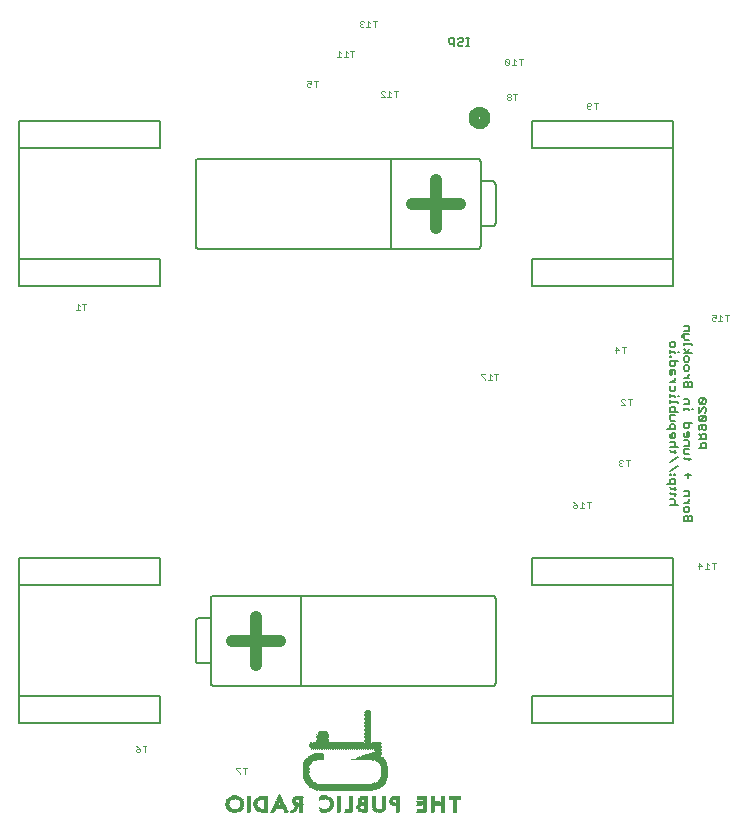
<source format=gbo>
G75*
%MOIN*%
%OFA0B0*%
%FSLAX24Y24*%
%IPPOS*%
%LPD*%
%AMOC8*
5,1,8,0,0,1.08239X$1,22.5*
%
%ADD10R,0.0110X0.0010*%
%ADD11R,0.0010X0.0010*%
%ADD12R,0.0030X0.0010*%
%ADD13R,0.0070X0.0010*%
%ADD14C,0.0060*%
%ADD15C,0.0320*%
%ADD16C,0.0050*%
%ADD17C,0.0080*%
%ADD18C,0.0400*%
%ADD19C,0.0040*%
%ADD20R,0.0015X0.0015*%
%ADD21R,0.0107X0.0015*%
%ADD22R,0.0123X0.0015*%
%ADD23R,0.0138X0.0015*%
%ADD24R,0.0353X0.0015*%
%ADD25R,0.0230X0.0015*%
%ADD26R,0.0261X0.0015*%
%ADD27R,0.0292X0.0015*%
%ADD28R,0.0154X0.0015*%
%ADD29R,0.0276X0.0015*%
%ADD30R,0.0322X0.0015*%
%ADD31R,0.0307X0.0015*%
%ADD32R,0.0169X0.0015*%
%ADD33R,0.0338X0.0015*%
%ADD34R,0.0384X0.0015*%
%ADD35R,0.0369X0.0015*%
%ADD36R,0.0415X0.0015*%
%ADD37R,0.0399X0.0015*%
%ADD38R,0.0445X0.0015*%
%ADD39R,0.0476X0.0015*%
%ADD40R,0.0200X0.0015*%
%ADD41R,0.0430X0.0015*%
%ADD42R,0.0077X0.0015*%
%ADD43R,0.0184X0.0015*%
%ADD44R,0.0046X0.0015*%
%ADD45R,0.0031X0.0015*%
%ADD46R,0.0246X0.0015*%
%ADD47R,0.0461X0.0015*%
%ADD48R,0.0092X0.0015*%
%ADD49R,0.0061X0.0015*%
%ADD50R,0.1981X0.0015*%
%ADD51R,0.2165X0.0015*%
%ADD52R,0.2288X0.0015*%
%ADD53R,0.2380X0.0015*%
%ADD54R,0.2472X0.0015*%
%ADD55R,0.2533X0.0015*%
%ADD56R,0.2595X0.0015*%
%ADD57R,0.0215X0.0015*%
%ADD58R,0.1075X0.0015*%
%ADD59R,0.0568X0.0015*%
%ADD60R,0.0952X0.0015*%
%ADD61R,0.0844X0.0015*%
%ADD62R,0.0537X0.0015*%
%ADD63R,0.0691X0.0015*%
%ADD64R,0.0507X0.0015*%
%ADD65R,0.0583X0.0015*%
%ADD66R,0.2365X0.0015*%
%ADD67R,0.2395X0.0015*%
%ADD68R,0.2349X0.0015*%
D10*
X014160Y005150D03*
D11*
X014200Y005160D03*
D12*
X014170Y005160D03*
X014130Y005160D03*
D13*
X014160Y005170D03*
D14*
X024767Y011215D02*
X025027Y011215D01*
X024940Y011258D02*
X024940Y011345D01*
X024897Y011388D01*
X024767Y011388D01*
X024810Y011553D02*
X024767Y011596D01*
X024810Y011553D02*
X024984Y011553D01*
X024940Y011510D02*
X024940Y011596D01*
X024940Y011706D02*
X024940Y011793D01*
X024984Y011749D02*
X024810Y011749D01*
X024767Y011793D01*
X024767Y011902D02*
X024767Y012033D01*
X024810Y012076D01*
X024897Y012076D01*
X024940Y012033D01*
X024940Y011902D01*
X024680Y011902D01*
X024767Y012197D02*
X024810Y012197D01*
X024810Y012240D01*
X024767Y012240D01*
X024767Y012197D01*
X024897Y012197D02*
X024940Y012197D01*
X024940Y012240D01*
X024897Y012240D01*
X024897Y012197D01*
X024767Y012344D02*
X025027Y012518D01*
X024767Y012639D02*
X025027Y012813D01*
X024940Y012934D02*
X024940Y013020D01*
X024984Y012977D02*
X024810Y012977D01*
X024767Y013020D01*
X024767Y013130D02*
X025027Y013130D01*
X024940Y013173D02*
X024940Y013260D01*
X024897Y013304D01*
X024767Y013304D01*
X024810Y013425D02*
X024897Y013425D01*
X024940Y013468D01*
X024940Y013555D01*
X024897Y013598D01*
X024854Y013598D01*
X024854Y013425D01*
X024810Y013425D02*
X024767Y013468D01*
X024767Y013555D01*
X024767Y013719D02*
X024767Y013850D01*
X024810Y013893D01*
X024897Y013893D01*
X024940Y013850D01*
X024940Y013719D01*
X024680Y013719D01*
X024810Y014014D02*
X024767Y014057D01*
X024767Y014188D01*
X024940Y014188D01*
X024940Y014309D02*
X024940Y014439D01*
X024897Y014482D01*
X024810Y014482D01*
X024767Y014439D01*
X024767Y014309D01*
X025027Y014309D01*
X025247Y014358D02*
X025247Y014445D01*
X025247Y014401D02*
X025420Y014401D01*
X025420Y014358D01*
X025507Y014401D02*
X025550Y014401D01*
X025727Y014458D02*
X025727Y014284D01*
X025900Y014458D01*
X025944Y014458D01*
X025987Y014414D01*
X025987Y014328D01*
X025944Y014284D01*
X025944Y014163D02*
X025770Y013990D01*
X025727Y014033D01*
X025727Y014120D01*
X025770Y014163D01*
X025944Y014163D01*
X025987Y014120D01*
X025987Y014033D01*
X025944Y013990D01*
X025770Y013990D01*
X025770Y013868D02*
X025944Y013868D01*
X025987Y013825D01*
X025987Y013738D01*
X025944Y013695D01*
X025900Y013695D01*
X025857Y013738D01*
X025857Y013868D01*
X025770Y013868D02*
X025727Y013825D01*
X025727Y013738D01*
X025770Y013695D01*
X025727Y013574D02*
X025814Y013487D01*
X025814Y013530D02*
X025814Y013400D01*
X025727Y013400D02*
X025987Y013400D01*
X025987Y013530D01*
X025944Y013574D01*
X025857Y013574D01*
X025814Y013530D01*
X025857Y013279D02*
X025814Y013236D01*
X025814Y013106D01*
X025727Y013106D02*
X025987Y013106D01*
X025987Y013236D01*
X025944Y013279D01*
X025857Y013279D01*
X025420Y013309D02*
X025377Y013353D01*
X025247Y013353D01*
X025290Y013474D02*
X025377Y013474D01*
X025420Y013517D01*
X025420Y013604D01*
X025377Y013647D01*
X025334Y013647D01*
X025334Y013474D01*
X025290Y013474D02*
X025247Y013517D01*
X025247Y013604D01*
X025290Y013769D02*
X025377Y013769D01*
X025420Y013812D01*
X025420Y013942D01*
X025507Y013942D02*
X025247Y013942D01*
X025247Y013812D01*
X025290Y013769D01*
X024940Y014014D02*
X024810Y014014D01*
X024767Y014603D02*
X024767Y014690D01*
X024767Y014647D02*
X025027Y014647D01*
X025027Y014603D01*
X024940Y014800D02*
X024940Y014843D01*
X024767Y014843D01*
X024767Y014800D02*
X024767Y014887D01*
X024810Y014996D02*
X024767Y015040D01*
X024767Y015170D01*
X024767Y015291D02*
X024940Y015291D01*
X024854Y015291D02*
X024940Y015378D01*
X024940Y015421D01*
X024940Y015580D02*
X024940Y015667D01*
X024897Y015710D01*
X024767Y015710D01*
X024767Y015580D01*
X024810Y015536D01*
X024854Y015580D01*
X024854Y015710D01*
X024810Y015831D02*
X024897Y015831D01*
X024940Y015874D01*
X024940Y016005D01*
X025027Y016005D02*
X024767Y016005D01*
X024767Y015874D01*
X024810Y015831D01*
X024810Y016126D02*
X024810Y016169D01*
X024767Y016169D01*
X024767Y016126D01*
X024810Y016126D01*
X024767Y016273D02*
X024767Y016360D01*
X024767Y016316D02*
X024940Y016316D01*
X024940Y016273D01*
X025027Y016316D02*
X025070Y016316D01*
X025247Y016273D02*
X025507Y016273D01*
X025420Y016403D02*
X025334Y016273D01*
X025247Y016403D01*
X025247Y016519D02*
X025247Y016605D01*
X025247Y016562D02*
X025507Y016562D01*
X025507Y016519D01*
X025420Y016715D02*
X025290Y016715D01*
X025247Y016758D01*
X025247Y016889D01*
X025203Y016889D02*
X025160Y016845D01*
X025160Y016802D01*
X025203Y016889D02*
X025420Y016889D01*
X025420Y017010D02*
X025420Y017140D01*
X025377Y017183D01*
X025247Y017183D01*
X025247Y017010D02*
X025420Y017010D01*
X024940Y016600D02*
X024940Y016513D01*
X024897Y016470D01*
X024810Y016470D01*
X024767Y016513D01*
X024767Y016600D01*
X024810Y016643D01*
X024897Y016643D01*
X024940Y016600D01*
X025290Y016152D02*
X025377Y016152D01*
X025420Y016109D01*
X025420Y016022D01*
X025377Y015978D01*
X025290Y015978D01*
X025247Y016022D01*
X025247Y016109D01*
X025290Y016152D01*
X025290Y015857D02*
X025377Y015857D01*
X025420Y015814D01*
X025420Y015727D01*
X025377Y015684D01*
X025290Y015684D01*
X025247Y015727D01*
X025247Y015814D01*
X025290Y015857D01*
X025420Y015568D02*
X025420Y015525D01*
X025334Y015438D01*
X025420Y015438D02*
X025247Y015438D01*
X025290Y015317D02*
X025247Y015274D01*
X025247Y015144D01*
X025507Y015144D01*
X025507Y015274D01*
X025464Y015317D01*
X025420Y015317D01*
X025377Y015274D01*
X025377Y015144D01*
X025377Y015274D02*
X025334Y015317D01*
X025290Y015317D01*
X024940Y015170D02*
X024940Y015040D01*
X024897Y014996D01*
X024810Y014996D01*
X025027Y014843D02*
X025070Y014843D01*
X025247Y014728D02*
X025377Y014728D01*
X025420Y014684D01*
X025420Y014554D01*
X025247Y014554D01*
X025727Y014622D02*
X025770Y014579D01*
X025944Y014752D01*
X025770Y014752D01*
X025727Y014709D01*
X025727Y014622D01*
X025770Y014579D02*
X025944Y014579D01*
X025987Y014622D01*
X025987Y014709D01*
X025944Y014752D01*
X025420Y013309D02*
X025420Y013179D01*
X025247Y013179D01*
X025247Y013058D02*
X025420Y013058D01*
X025247Y013058D02*
X025247Y012928D01*
X025290Y012885D01*
X025420Y012885D01*
X025420Y012775D02*
X025420Y012688D01*
X025464Y012732D02*
X025290Y012732D01*
X025247Y012775D01*
X024897Y013130D02*
X024940Y013173D01*
X025377Y012272D02*
X025377Y012099D01*
X025464Y012186D02*
X025290Y012186D01*
X025247Y011683D02*
X025377Y011683D01*
X025420Y011640D01*
X025420Y011510D01*
X025247Y011510D01*
X025420Y011394D02*
X025420Y011351D01*
X025334Y011264D01*
X025420Y011264D02*
X025247Y011264D01*
X025290Y011143D02*
X025377Y011143D01*
X025420Y011099D01*
X025420Y011013D01*
X025377Y010969D01*
X025290Y010969D01*
X025247Y011013D01*
X025247Y011099D01*
X025290Y011143D01*
X025290Y010848D02*
X025247Y010805D01*
X025247Y010675D01*
X025507Y010675D01*
X025507Y010805D01*
X025464Y010848D01*
X025420Y010848D01*
X025377Y010805D01*
X025377Y010675D01*
X025377Y010805D02*
X025334Y010848D01*
X025290Y010848D01*
X024897Y011215D02*
X024940Y011258D01*
D15*
X018227Y024101D02*
X018229Y024128D01*
X018235Y024155D01*
X018244Y024181D01*
X018257Y024205D01*
X018273Y024228D01*
X018292Y024247D01*
X018314Y024264D01*
X018338Y024278D01*
X018363Y024288D01*
X018390Y024295D01*
X018417Y024298D01*
X018445Y024297D01*
X018472Y024292D01*
X018498Y024284D01*
X018522Y024272D01*
X018545Y024256D01*
X018566Y024238D01*
X018583Y024217D01*
X018598Y024193D01*
X018609Y024168D01*
X018617Y024142D01*
X018621Y024115D01*
X018621Y024087D01*
X018617Y024060D01*
X018609Y024034D01*
X018598Y024009D01*
X018583Y023985D01*
X018566Y023964D01*
X018545Y023946D01*
X018523Y023930D01*
X018498Y023918D01*
X018472Y023910D01*
X018445Y023905D01*
X018417Y023904D01*
X018390Y023907D01*
X018363Y023914D01*
X018338Y023924D01*
X018314Y023938D01*
X018292Y023955D01*
X018273Y023974D01*
X018257Y023997D01*
X018244Y024021D01*
X018235Y024047D01*
X018229Y024074D01*
X018227Y024101D01*
D16*
X007760Y003926D02*
X003060Y003926D01*
X003060Y004826D01*
X007760Y004826D01*
X007760Y003926D01*
X007760Y008526D02*
X003060Y008526D01*
X003060Y004826D01*
X003060Y008526D02*
X003060Y009426D01*
X007760Y009426D01*
X007760Y008526D01*
X007760Y018493D02*
X003060Y018493D01*
X003060Y019393D01*
X003060Y023093D01*
X007760Y023093D01*
X007760Y023993D01*
X003060Y023993D01*
X003060Y023093D01*
X003060Y019393D02*
X007760Y019393D01*
X007760Y018493D01*
X017401Y026629D02*
X017446Y026584D01*
X017581Y026584D01*
X017581Y026494D02*
X017581Y026765D01*
X017446Y026765D01*
X017401Y026720D01*
X017401Y026629D01*
X017696Y026584D02*
X017696Y026539D01*
X017741Y026494D01*
X017831Y026494D01*
X017876Y026539D01*
X017831Y026629D02*
X017741Y026629D01*
X017696Y026584D01*
X017696Y026720D02*
X017741Y026765D01*
X017831Y026765D01*
X017876Y026720D01*
X017876Y026675D01*
X017831Y026629D01*
X017982Y026494D02*
X018072Y026494D01*
X018027Y026494D02*
X018027Y026765D01*
X018072Y026765D02*
X017982Y026765D01*
X020160Y023993D02*
X020160Y023093D01*
X024860Y023093D01*
X024860Y023993D01*
X020160Y023993D01*
X020160Y019393D02*
X024860Y019393D01*
X024860Y023093D01*
X024860Y019393D02*
X024860Y018493D01*
X020160Y018493D01*
X020160Y019393D01*
X020160Y009426D02*
X020160Y008526D01*
X024860Y008526D01*
X024860Y004826D01*
X020160Y004826D01*
X020160Y003926D01*
X024860Y003926D01*
X024860Y004826D01*
X024860Y008526D02*
X024860Y009426D01*
X020160Y009426D01*
D17*
X018860Y008176D02*
X012460Y008176D01*
X009560Y008176D01*
X009543Y008174D01*
X009526Y008170D01*
X009510Y008163D01*
X009496Y008153D01*
X009483Y008140D01*
X009473Y008126D01*
X009466Y008110D01*
X009462Y008093D01*
X009460Y008076D01*
X009460Y007426D01*
X009060Y007426D01*
X009043Y007424D01*
X009026Y007420D01*
X009010Y007413D01*
X008996Y007403D01*
X008983Y007390D01*
X008973Y007376D01*
X008966Y007360D01*
X008962Y007343D01*
X008960Y007326D01*
X008960Y006026D01*
X008962Y006009D01*
X008966Y005992D01*
X008973Y005976D01*
X008983Y005962D01*
X008996Y005949D01*
X009010Y005939D01*
X009026Y005932D01*
X009043Y005928D01*
X009060Y005926D01*
X009460Y005926D01*
X009460Y005276D01*
X009462Y005259D01*
X009466Y005242D01*
X009473Y005226D01*
X009483Y005212D01*
X009496Y005199D01*
X009510Y005189D01*
X009526Y005182D01*
X009543Y005178D01*
X009560Y005176D01*
X012460Y005176D01*
X018860Y005176D01*
X018877Y005178D01*
X018894Y005182D01*
X018910Y005189D01*
X018924Y005199D01*
X018937Y005212D01*
X018947Y005226D01*
X018954Y005242D01*
X018958Y005259D01*
X018960Y005276D01*
X018960Y008076D01*
X018958Y008093D01*
X018954Y008110D01*
X018947Y008126D01*
X018937Y008140D01*
X018924Y008153D01*
X018910Y008163D01*
X018894Y008170D01*
X018877Y008174D01*
X018860Y008176D01*
X012460Y008176D02*
X012460Y005176D01*
X009460Y005926D02*
X009460Y007426D01*
X009060Y019743D02*
X015460Y019743D01*
X018360Y019743D01*
X018377Y019745D01*
X018394Y019749D01*
X018410Y019756D01*
X018424Y019766D01*
X018437Y019779D01*
X018447Y019793D01*
X018454Y019809D01*
X018458Y019826D01*
X018460Y019843D01*
X018460Y020493D01*
X018860Y020493D01*
X018877Y020495D01*
X018894Y020499D01*
X018910Y020506D01*
X018924Y020516D01*
X018937Y020529D01*
X018947Y020543D01*
X018954Y020559D01*
X018958Y020576D01*
X018960Y020593D01*
X018960Y021893D01*
X018958Y021910D01*
X018954Y021927D01*
X018947Y021943D01*
X018937Y021957D01*
X018924Y021970D01*
X018910Y021980D01*
X018894Y021987D01*
X018877Y021991D01*
X018860Y021993D01*
X018460Y021993D01*
X018460Y022643D01*
X018458Y022660D01*
X018454Y022677D01*
X018447Y022693D01*
X018437Y022707D01*
X018424Y022720D01*
X018410Y022730D01*
X018394Y022737D01*
X018377Y022741D01*
X018360Y022743D01*
X015460Y022743D01*
X009060Y022743D01*
X009043Y022741D01*
X009026Y022737D01*
X009010Y022730D01*
X008996Y022720D01*
X008983Y022707D01*
X008973Y022693D01*
X008966Y022677D01*
X008962Y022660D01*
X008960Y022643D01*
X008960Y019843D01*
X008962Y019826D01*
X008966Y019809D01*
X008973Y019793D01*
X008983Y019779D01*
X008996Y019766D01*
X009010Y019756D01*
X009026Y019749D01*
X009043Y019745D01*
X009060Y019743D01*
X015460Y019743D02*
X015460Y022743D01*
X018460Y021993D02*
X018460Y020493D01*
D18*
X017760Y021243D02*
X016160Y021243D01*
X016960Y020443D02*
X016960Y022043D01*
X010960Y007476D02*
X010960Y005876D01*
X011760Y006676D02*
X010160Y006676D01*
D19*
X007325Y003176D02*
X007192Y003176D01*
X007259Y003176D02*
X007259Y002976D01*
X007104Y003009D02*
X007071Y002976D01*
X007004Y002976D01*
X006971Y003009D01*
X006971Y003042D01*
X007004Y003076D01*
X007104Y003076D01*
X007104Y003009D01*
X007104Y003076D02*
X007038Y003142D01*
X006971Y003176D01*
X010317Y002428D02*
X010317Y002394D01*
X010451Y002261D01*
X010451Y002228D01*
X010605Y002228D02*
X010605Y002428D01*
X010672Y002428D02*
X010538Y002428D01*
X010451Y002428D02*
X010317Y002428D01*
X021553Y011119D02*
X021553Y011153D01*
X021586Y011186D01*
X021687Y011186D01*
X021687Y011119D01*
X021653Y011086D01*
X021586Y011086D01*
X021553Y011119D01*
X021620Y011253D02*
X021687Y011186D01*
X021620Y011253D02*
X021553Y011286D01*
X021841Y011286D02*
X021841Y011086D01*
X021908Y011086D02*
X021774Y011086D01*
X021908Y011219D02*
X021841Y011286D01*
X021995Y011286D02*
X022129Y011286D01*
X022062Y011286D02*
X022062Y011086D01*
X023107Y012503D02*
X023173Y012503D01*
X023207Y012537D01*
X023140Y012603D02*
X023107Y012603D01*
X023073Y012570D01*
X023073Y012537D01*
X023107Y012503D01*
X023107Y012603D02*
X023073Y012637D01*
X023073Y012670D01*
X023107Y012703D01*
X023173Y012703D01*
X023207Y012670D01*
X023294Y012703D02*
X023428Y012703D01*
X023361Y012703D02*
X023361Y012503D01*
X023285Y014550D02*
X023152Y014684D01*
X023152Y014717D01*
X023185Y014751D01*
X023252Y014751D01*
X023285Y014717D01*
X023373Y014751D02*
X023506Y014751D01*
X023440Y014751D02*
X023440Y014550D01*
X023285Y014550D02*
X023152Y014550D01*
X023243Y016283D02*
X023243Y016483D01*
X023310Y016483D02*
X023176Y016483D01*
X023089Y016383D02*
X022955Y016383D01*
X022989Y016483D02*
X023089Y016383D01*
X022989Y016283D02*
X022989Y016483D01*
X026159Y017379D02*
X026193Y017346D01*
X026259Y017346D01*
X026293Y017379D01*
X026293Y017446D02*
X026226Y017479D01*
X026193Y017479D01*
X026159Y017446D01*
X026159Y017379D01*
X026293Y017446D02*
X026293Y017546D01*
X026159Y017546D01*
X026447Y017546D02*
X026447Y017346D01*
X026514Y017346D02*
X026380Y017346D01*
X026514Y017479D02*
X026447Y017546D01*
X026601Y017546D02*
X026735Y017546D01*
X026668Y017546D02*
X026668Y017346D01*
X022298Y024393D02*
X022298Y024593D01*
X022365Y024593D02*
X022231Y024593D01*
X022144Y024560D02*
X022110Y024593D01*
X022044Y024593D01*
X022010Y024560D01*
X022010Y024426D01*
X022044Y024393D01*
X022110Y024393D01*
X022144Y024426D01*
X022110Y024493D02*
X022010Y024493D01*
X022110Y024493D02*
X022144Y024526D01*
X022144Y024560D01*
X019794Y025877D02*
X019794Y026077D01*
X019861Y026077D02*
X019727Y026077D01*
X019640Y026011D02*
X019573Y026077D01*
X019573Y025877D01*
X019640Y025877D02*
X019506Y025877D01*
X019419Y025911D02*
X019285Y026044D01*
X019285Y025911D01*
X019319Y025877D01*
X019385Y025877D01*
X019419Y025911D01*
X019419Y026044D01*
X019385Y026077D01*
X019319Y026077D01*
X019285Y026044D01*
X019366Y024908D02*
X019333Y024875D01*
X019333Y024841D01*
X019366Y024808D01*
X019433Y024808D01*
X019467Y024841D01*
X019467Y024875D01*
X019433Y024908D01*
X019366Y024908D01*
X019366Y024808D02*
X019333Y024775D01*
X019333Y024741D01*
X019366Y024708D01*
X019433Y024708D01*
X019467Y024741D01*
X019467Y024775D01*
X019433Y024808D01*
X019554Y024908D02*
X019688Y024908D01*
X019621Y024908D02*
X019621Y024708D01*
X015711Y024987D02*
X015578Y024987D01*
X015644Y024987D02*
X015644Y024787D01*
X015490Y024787D02*
X015357Y024787D01*
X015423Y024787D02*
X015423Y024987D01*
X015490Y024920D01*
X015269Y024953D02*
X015236Y024987D01*
X015169Y024987D01*
X015136Y024953D01*
X015136Y024920D01*
X015269Y024787D01*
X015136Y024787D01*
X014188Y026125D02*
X014188Y026325D01*
X014254Y026325D02*
X014121Y026325D01*
X014034Y026259D02*
X013967Y026325D01*
X013967Y026125D01*
X014034Y026125D02*
X013900Y026125D01*
X013813Y026125D02*
X013679Y026125D01*
X013746Y026125D02*
X013746Y026325D01*
X013813Y026259D01*
X014460Y027149D02*
X014527Y027149D01*
X014561Y027182D01*
X014648Y027149D02*
X014782Y027149D01*
X014715Y027149D02*
X014715Y027349D01*
X014782Y027282D01*
X014869Y027349D02*
X015003Y027349D01*
X014936Y027349D02*
X014936Y027149D01*
X014561Y027316D02*
X014527Y027349D01*
X014460Y027349D01*
X014427Y027316D01*
X014427Y027282D01*
X014460Y027249D01*
X014427Y027216D01*
X014427Y027182D01*
X014460Y027149D01*
X014460Y027249D02*
X014494Y027249D01*
X013034Y025341D02*
X012901Y025341D01*
X012967Y025341D02*
X012967Y025141D01*
X012813Y025174D02*
X012780Y025141D01*
X012713Y025141D01*
X012680Y025174D01*
X012680Y025241D01*
X012713Y025274D01*
X012746Y025274D01*
X012813Y025241D01*
X012813Y025341D01*
X012680Y025341D01*
X005317Y017900D02*
X005184Y017900D01*
X005251Y017900D02*
X005251Y017700D01*
X005096Y017700D02*
X004963Y017700D01*
X005030Y017700D02*
X005030Y017900D01*
X005096Y017833D01*
X018482Y015577D02*
X018482Y015544D01*
X018616Y015411D01*
X018616Y015377D01*
X018703Y015377D02*
X018837Y015377D01*
X018770Y015377D02*
X018770Y015577D01*
X018837Y015511D01*
X018924Y015577D02*
X019058Y015577D01*
X018991Y015577D02*
X018991Y015377D01*
X018616Y015577D02*
X018482Y015577D01*
X025757Y009275D02*
X025857Y009175D01*
X025724Y009175D01*
X025757Y009075D02*
X025757Y009275D01*
X026012Y009275D02*
X026012Y009075D01*
X026078Y009075D02*
X025945Y009075D01*
X026078Y009208D02*
X026012Y009275D01*
X026166Y009275D02*
X026299Y009275D01*
X026232Y009275D02*
X026232Y009075D01*
D20*
X017660Y000937D03*
X017629Y000937D03*
X017599Y000937D03*
X017568Y000937D03*
X017261Y000937D03*
X017230Y000937D03*
X017199Y000937D03*
X017169Y000937D03*
X016923Y000937D03*
X016892Y000937D03*
X016861Y000937D03*
X016831Y000937D03*
X016647Y000937D03*
X016616Y000937D03*
X016585Y000937D03*
X016554Y000937D03*
X016524Y000937D03*
X016493Y000937D03*
X016462Y000937D03*
X016432Y000937D03*
X016401Y000937D03*
X016370Y000937D03*
X016339Y000937D03*
X016339Y001183D03*
X016370Y001183D03*
X016401Y001183D03*
X016432Y001183D03*
X016462Y001183D03*
X016493Y001183D03*
X016524Y001183D03*
X016539Y001290D03*
X016508Y001290D03*
X016478Y001290D03*
X016447Y001290D03*
X016416Y001290D03*
X016386Y001290D03*
X016355Y001290D03*
X015756Y000937D03*
X015725Y000937D03*
X015695Y000937D03*
X015664Y000937D03*
X015572Y001152D03*
X015618Y001260D03*
X015249Y000983D03*
X015096Y001045D03*
X015065Y001045D03*
X015019Y000937D03*
X014681Y000937D03*
X014650Y000937D03*
X014620Y000937D03*
X014589Y000937D03*
X014558Y000937D03*
X014528Y000937D03*
X014190Y000937D03*
X014159Y000937D03*
X014128Y000937D03*
X014098Y000937D03*
X014067Y000937D03*
X014036Y000937D03*
X014006Y000937D03*
X013975Y000937D03*
X013944Y000937D03*
X013791Y000937D03*
X013760Y000937D03*
X013729Y000937D03*
X013699Y000937D03*
X013330Y000937D03*
X013284Y001045D03*
X013253Y001045D03*
X013176Y000937D03*
X013100Y001106D03*
X013100Y001321D03*
X013161Y001352D03*
X013253Y001382D03*
X013284Y001382D03*
X013299Y001490D03*
X013330Y001490D03*
X013207Y001490D03*
X013176Y001490D03*
X013054Y001674D03*
X013023Y001674D03*
X013023Y001889D03*
X013008Y001904D03*
X012961Y001920D03*
X012869Y001981D03*
X012839Y002012D03*
X012685Y001889D03*
X012808Y001766D03*
X012747Y002196D03*
X012747Y002227D03*
X012747Y002319D03*
X012747Y002350D03*
X012747Y002442D03*
X012747Y002473D03*
X012777Y002534D03*
X012808Y002595D03*
X012839Y002626D03*
X013008Y002672D03*
X013054Y002687D03*
X013084Y002687D03*
X013115Y002687D03*
X013146Y002687D03*
X013207Y002749D03*
X013238Y002810D03*
X013207Y002872D03*
X013192Y002887D03*
X013223Y003041D03*
X013284Y003041D03*
X013345Y003041D03*
X013407Y003041D03*
X013468Y003041D03*
X013530Y003041D03*
X013591Y003041D03*
X013652Y003041D03*
X013714Y003041D03*
X013775Y003041D03*
X013837Y003041D03*
X013898Y003041D03*
X013960Y003041D03*
X014021Y003041D03*
X014082Y003041D03*
X014144Y003041D03*
X014205Y003041D03*
X014267Y003041D03*
X014328Y003041D03*
X014389Y003041D03*
X014451Y003041D03*
X014512Y003041D03*
X014574Y003041D03*
X014635Y003041D03*
X014697Y003041D03*
X014727Y003041D03*
X014758Y003041D03*
X014819Y003041D03*
X014881Y003041D03*
X014865Y002933D03*
X014712Y002872D03*
X014681Y002872D03*
X014635Y002856D03*
X014620Y002841D03*
X014589Y002841D03*
X014543Y002826D03*
X014451Y002795D03*
X014359Y002764D03*
X014343Y002749D03*
X014343Y002687D03*
X014313Y002687D03*
X014282Y002687D03*
X014251Y002687D03*
X014221Y002687D03*
X014190Y002687D03*
X014251Y002718D03*
X014374Y002687D03*
X014405Y002687D03*
X014436Y002687D03*
X014466Y002687D03*
X014497Y002687D03*
X014528Y002687D03*
X014558Y002687D03*
X014589Y002687D03*
X014620Y002687D03*
X014650Y002687D03*
X014681Y002687D03*
X014712Y002687D03*
X014743Y002687D03*
X014773Y002687D03*
X014804Y002687D03*
X014835Y002687D03*
X014865Y002687D03*
X014881Y002672D03*
X014911Y002672D03*
X015111Y002565D03*
X015142Y002534D03*
X015142Y002503D03*
X015173Y002442D03*
X015173Y002350D03*
X015173Y002319D03*
X015173Y002227D03*
X015173Y002196D03*
X015357Y002165D03*
X015357Y002135D03*
X015357Y002258D03*
X015357Y002288D03*
X015357Y002380D03*
X015357Y002411D03*
X015357Y002503D03*
X015357Y002534D03*
X015326Y002565D03*
X015326Y002595D03*
X015295Y002657D03*
X015265Y002687D03*
X015173Y002780D03*
X015142Y002810D03*
X015142Y002841D03*
X015142Y002933D03*
X015142Y002964D03*
X015142Y003056D03*
X015142Y003087D03*
X015142Y003179D03*
X015142Y003210D03*
X014804Y003271D03*
X014804Y003363D03*
X014804Y003394D03*
X014804Y003486D03*
X014804Y003517D03*
X014804Y003609D03*
X014804Y003639D03*
X014804Y003732D03*
X014804Y003762D03*
X014804Y003854D03*
X014804Y003885D03*
X014804Y003977D03*
X014804Y004008D03*
X014804Y004100D03*
X014804Y004131D03*
X014804Y004223D03*
X014804Y004254D03*
X014773Y004315D03*
X014620Y004284D03*
X014620Y004192D03*
X014620Y004161D03*
X014620Y004069D03*
X014620Y004039D03*
X014620Y003947D03*
X014620Y003916D03*
X014620Y003824D03*
X014620Y003793D03*
X014620Y003701D03*
X014620Y003670D03*
X014620Y003578D03*
X014620Y003547D03*
X014620Y003455D03*
X014620Y003424D03*
X014620Y003332D03*
X014620Y003302D03*
X013391Y003271D03*
X013391Y003363D03*
X013391Y003394D03*
X013391Y003486D03*
X013391Y003517D03*
X013023Y003547D03*
X013023Y003455D03*
X013023Y003424D03*
X013023Y003332D03*
X013023Y003302D03*
X012854Y003256D03*
X012823Y003256D03*
X012808Y003240D03*
X012777Y003210D03*
X012777Y003179D03*
X012839Y003056D03*
X012854Y003041D03*
X012915Y003041D03*
X012977Y003041D03*
X013038Y003041D03*
X013100Y003041D03*
X013161Y003041D03*
X012977Y002887D03*
X012946Y002887D03*
X012931Y002872D03*
X012900Y002872D03*
X012839Y002841D03*
X012777Y002810D03*
X012685Y002749D03*
X012654Y002718D03*
X012562Y002534D03*
X012562Y002503D03*
X012562Y002411D03*
X012562Y002380D03*
X012562Y002288D03*
X012562Y002258D03*
X012562Y002165D03*
X012562Y002135D03*
X012301Y001474D03*
X012271Y001167D03*
X012255Y000937D03*
X012224Y000937D03*
X012194Y000937D03*
X012163Y000937D03*
X012132Y000937D03*
X012040Y000937D03*
X012010Y000937D03*
X011979Y000937D03*
X011948Y000937D03*
X011856Y001060D03*
X011825Y001060D03*
X011795Y001060D03*
X011764Y001060D03*
X011733Y001060D03*
X011702Y001060D03*
X011672Y001060D03*
X011580Y000937D03*
X011549Y000937D03*
X011518Y000937D03*
X011487Y000937D03*
X011365Y000937D03*
X011334Y000937D03*
X011303Y000937D03*
X011273Y000937D03*
X011242Y000937D03*
X011211Y000937D03*
X011180Y000937D03*
X011058Y000968D03*
X010781Y000937D03*
X010750Y000937D03*
X010720Y000937D03*
X010351Y000937D03*
X010305Y001045D03*
X010244Y001045D03*
X010198Y000937D03*
X010244Y001382D03*
X010274Y001382D03*
X010351Y001367D03*
X010351Y001490D03*
X010321Y001490D03*
X010290Y001490D03*
X010259Y001490D03*
X010228Y001490D03*
X010198Y001490D03*
X011104Y001474D03*
X011150Y001367D03*
X011764Y001521D03*
X012439Y000937D03*
X012470Y000937D03*
X012501Y000937D03*
X012532Y000937D03*
X014482Y001474D03*
X014865Y001674D03*
X014865Y001889D03*
X014896Y001889D03*
X014958Y001920D03*
X015111Y001766D03*
X015157Y001782D03*
X015203Y001828D03*
X015234Y001889D03*
X016969Y001290D03*
X017000Y001290D03*
X017030Y001290D03*
X017061Y001290D03*
X017092Y001290D03*
X017123Y001290D03*
D21*
X017215Y001306D03*
X017215Y001336D03*
X017215Y001367D03*
X017215Y001398D03*
X017215Y001428D03*
X017215Y001459D03*
X017215Y001152D03*
X017215Y001121D03*
X017215Y001091D03*
X017215Y001060D03*
X017215Y001029D03*
X017215Y000999D03*
X017215Y000968D03*
X015710Y000968D03*
X015710Y000999D03*
X015710Y001029D03*
X015710Y001060D03*
X015710Y001091D03*
X015710Y001121D03*
X015710Y001275D03*
X015710Y001306D03*
X015710Y001336D03*
X015710Y001367D03*
X015249Y001367D03*
X015249Y001336D03*
X015249Y001306D03*
X015249Y001275D03*
X015249Y001244D03*
X015249Y001213D03*
X015249Y001183D03*
X015249Y001152D03*
X015249Y001398D03*
X015249Y001428D03*
X015249Y001459D03*
X014911Y001459D03*
X014911Y001428D03*
X014911Y001398D03*
X014911Y001367D03*
X014911Y001336D03*
X014911Y001306D03*
X014911Y001275D03*
X014911Y001244D03*
X014911Y001213D03*
X014911Y001183D03*
X014911Y001152D03*
X014911Y001121D03*
X015096Y000937D03*
X014389Y001091D03*
X014389Y001121D03*
X013499Y001152D03*
X013499Y001275D03*
X013253Y000937D03*
X012486Y000968D03*
X012486Y000999D03*
X012486Y001029D03*
X012486Y001060D03*
X012486Y001091D03*
X012486Y001121D03*
X012486Y001275D03*
X012486Y001306D03*
X012486Y001336D03*
X012486Y001367D03*
X011764Y001444D03*
X010750Y001444D03*
X010750Y001474D03*
X010750Y001413D03*
X010750Y001382D03*
X010750Y001352D03*
X010750Y001321D03*
X010750Y001290D03*
X010750Y001260D03*
X010750Y001229D03*
X010750Y001198D03*
X010750Y001167D03*
X010750Y001137D03*
X010750Y001106D03*
X010750Y001075D03*
X010750Y001045D03*
X010750Y001014D03*
X010750Y000983D03*
X010750Y000952D03*
X010520Y001183D03*
X010520Y001213D03*
X010520Y001244D03*
X010274Y000937D03*
X010029Y001152D03*
X014712Y004330D03*
D22*
X014151Y001474D03*
X014151Y001459D03*
X014151Y001444D03*
X014151Y001428D03*
X014151Y001413D03*
X014151Y001398D03*
X014151Y001382D03*
X014151Y001367D03*
X014151Y001352D03*
X014151Y001336D03*
X014151Y001321D03*
X014151Y001306D03*
X014151Y001290D03*
X014151Y001275D03*
X014151Y001260D03*
X014151Y001244D03*
X014151Y001229D03*
X014151Y001213D03*
X014151Y001198D03*
X014151Y001183D03*
X014151Y001167D03*
X014151Y001152D03*
X014151Y001137D03*
X014151Y001121D03*
X014151Y001106D03*
X014151Y001091D03*
X014151Y001075D03*
X014151Y001060D03*
X014397Y001137D03*
X014443Y001306D03*
X014443Y001321D03*
X014443Y001336D03*
X014643Y001336D03*
X014643Y001321D03*
X014643Y001306D03*
X014643Y001290D03*
X014643Y001275D03*
X014643Y001352D03*
X014643Y001367D03*
X014643Y001152D03*
X014643Y001137D03*
X014643Y001121D03*
X014643Y001106D03*
X014643Y001091D03*
X014643Y001075D03*
X014643Y001060D03*
X014919Y001091D03*
X015226Y001075D03*
X015242Y001121D03*
X015487Y001275D03*
X015487Y001290D03*
X015487Y001306D03*
X015487Y001321D03*
X015487Y001336D03*
X016624Y001336D03*
X016624Y001321D03*
X016624Y001306D03*
X016624Y001290D03*
X016624Y001352D03*
X016624Y001367D03*
X016624Y001167D03*
X016624Y001152D03*
X016624Y001137D03*
X016624Y001121D03*
X016624Y001106D03*
X016624Y001091D03*
X016624Y001075D03*
X016624Y001060D03*
X016885Y001060D03*
X016885Y001075D03*
X016885Y001091D03*
X016885Y001106D03*
X016885Y001121D03*
X016885Y001137D03*
X016885Y001152D03*
X016885Y001167D03*
X016885Y001045D03*
X016885Y001029D03*
X016885Y001014D03*
X016885Y000999D03*
X016885Y000983D03*
X016885Y000968D03*
X016885Y000952D03*
X016885Y001290D03*
X016885Y001306D03*
X016885Y001321D03*
X016885Y001336D03*
X016885Y001352D03*
X016885Y001367D03*
X016885Y001382D03*
X016885Y001398D03*
X016885Y001413D03*
X016885Y001428D03*
X016885Y001444D03*
X016885Y001459D03*
X016885Y001474D03*
X017606Y001367D03*
X017606Y001352D03*
X017606Y001336D03*
X017606Y001321D03*
X017606Y001306D03*
X017606Y001290D03*
X017606Y001275D03*
X017606Y001260D03*
X017606Y001244D03*
X017606Y001229D03*
X017606Y001213D03*
X017606Y001198D03*
X017606Y001183D03*
X017606Y001167D03*
X017606Y001152D03*
X017606Y001137D03*
X017606Y001121D03*
X017606Y001106D03*
X017606Y001091D03*
X017606Y001075D03*
X017606Y001060D03*
X017606Y001045D03*
X017606Y001029D03*
X017606Y001014D03*
X017606Y000999D03*
X017606Y000983D03*
X017606Y000968D03*
X017606Y000952D03*
X013737Y000952D03*
X013737Y000968D03*
X013737Y000983D03*
X013737Y000999D03*
X013737Y001014D03*
X013737Y001029D03*
X013737Y001045D03*
X013737Y001060D03*
X013737Y001075D03*
X013737Y001091D03*
X013737Y001106D03*
X013737Y001121D03*
X013737Y001137D03*
X013737Y001152D03*
X013737Y001167D03*
X013737Y001183D03*
X013737Y001198D03*
X013737Y001213D03*
X013737Y001229D03*
X013737Y001244D03*
X013737Y001260D03*
X013737Y001275D03*
X013737Y001290D03*
X013737Y001306D03*
X013737Y001321D03*
X013737Y001336D03*
X013737Y001352D03*
X013737Y001367D03*
X013737Y001382D03*
X013737Y001398D03*
X013737Y001413D03*
X013737Y001428D03*
X013737Y001444D03*
X013737Y001459D03*
X013737Y001474D03*
X013507Y001244D03*
X013507Y001229D03*
X013507Y001213D03*
X013507Y001198D03*
X013507Y001183D03*
X012248Y001290D03*
X012248Y001306D03*
X012248Y001321D03*
X012248Y001336D03*
X011879Y001183D03*
X011848Y001244D03*
X011664Y001229D03*
X011664Y001213D03*
X011572Y001029D03*
X011557Y000999D03*
X011311Y001060D03*
X011311Y001075D03*
X011311Y001091D03*
X011311Y001106D03*
X011311Y001121D03*
X011311Y001137D03*
X011311Y001152D03*
X011311Y001167D03*
X011311Y001183D03*
X011311Y001198D03*
X011311Y001213D03*
X011311Y001229D03*
X011311Y001244D03*
X011311Y001260D03*
X011311Y001275D03*
X011311Y001290D03*
X011311Y001306D03*
X011311Y001321D03*
X011311Y001336D03*
X011311Y001352D03*
X011311Y001367D03*
X011756Y001413D03*
X011756Y001428D03*
X011940Y001060D03*
X011971Y000999D03*
X011986Y000968D03*
X010958Y001167D03*
X010958Y001183D03*
X010958Y001198D03*
X010958Y001213D03*
X010958Y001229D03*
X010958Y001260D03*
X010512Y001275D03*
X010512Y001290D03*
X010512Y001152D03*
X010512Y001137D03*
X010021Y001183D03*
X010021Y001198D03*
X010021Y001213D03*
X010021Y001244D03*
X010036Y001275D03*
D23*
X010029Y001290D03*
X010044Y001306D03*
X010029Y001260D03*
X010029Y001229D03*
X010029Y001167D03*
X010029Y001137D03*
X010044Y001121D03*
X010489Y001106D03*
X010505Y001121D03*
X010520Y001167D03*
X010520Y001198D03*
X010520Y001229D03*
X010520Y001260D03*
X010505Y001306D03*
X010489Y001321D03*
X010750Y001336D03*
X010750Y001306D03*
X010750Y001275D03*
X010750Y001244D03*
X010750Y001213D03*
X010750Y001183D03*
X010750Y001152D03*
X010750Y001121D03*
X010750Y001091D03*
X010750Y001060D03*
X010750Y001029D03*
X010750Y000999D03*
X010750Y000968D03*
X010996Y001091D03*
X010981Y001121D03*
X010981Y001137D03*
X010965Y001152D03*
X010965Y001244D03*
X010965Y001275D03*
X010981Y001290D03*
X010981Y001306D03*
X010996Y001336D03*
X010750Y001367D03*
X010750Y001398D03*
X010750Y001428D03*
X010750Y001459D03*
X011580Y001060D03*
X011580Y001045D03*
X011564Y001014D03*
X011549Y000968D03*
X011534Y000952D03*
X011641Y001183D03*
X011656Y001198D03*
X011672Y001244D03*
X011687Y001260D03*
X011841Y001260D03*
X011856Y001229D03*
X011856Y001213D03*
X011871Y001198D03*
X011948Y001045D03*
X011948Y001029D03*
X011963Y001014D03*
X011979Y000983D03*
X011994Y000952D03*
X012224Y000968D03*
X012301Y001075D03*
X012317Y001091D03*
X012486Y001106D03*
X012486Y001075D03*
X012486Y001045D03*
X012486Y001014D03*
X012486Y000983D03*
X012486Y000952D03*
X012486Y001260D03*
X012486Y001290D03*
X012486Y001321D03*
X012486Y001352D03*
X012255Y001352D03*
X012255Y001275D03*
X011764Y001398D03*
X013161Y001382D03*
X013484Y001306D03*
X013499Y001290D03*
X013499Y001260D03*
X013499Y001167D03*
X013499Y001137D03*
X013484Y001121D03*
X013161Y001045D03*
X014389Y001075D03*
X014405Y001060D03*
X014389Y001106D03*
X014405Y001152D03*
X014466Y001275D03*
X014451Y001290D03*
X014451Y001352D03*
X014466Y001367D03*
X014911Y001352D03*
X014911Y001382D03*
X014911Y001413D03*
X014911Y001444D03*
X014911Y001474D03*
X014911Y001321D03*
X014911Y001290D03*
X014911Y001260D03*
X014911Y001229D03*
X014911Y001198D03*
X014911Y001167D03*
X014911Y001137D03*
X014911Y001106D03*
X014927Y001075D03*
X015234Y001091D03*
X015249Y001106D03*
X015249Y001137D03*
X015249Y001167D03*
X015249Y001198D03*
X015249Y001229D03*
X015249Y001260D03*
X015249Y001290D03*
X015249Y001321D03*
X015249Y001352D03*
X015249Y001382D03*
X015249Y001413D03*
X015249Y001444D03*
X015249Y001474D03*
X015495Y001352D03*
X015510Y001367D03*
X015710Y001352D03*
X015710Y001321D03*
X015710Y001290D03*
X015710Y001260D03*
X015710Y001137D03*
X015710Y001106D03*
X015710Y001075D03*
X015710Y001045D03*
X015710Y001014D03*
X015710Y000983D03*
X015710Y000952D03*
X016616Y001183D03*
X017215Y001167D03*
X017215Y001137D03*
X017215Y001106D03*
X017215Y001075D03*
X017215Y001045D03*
X017215Y001014D03*
X017215Y000983D03*
X017215Y000952D03*
X017215Y001290D03*
X017215Y001321D03*
X017215Y001352D03*
X017215Y001382D03*
X017215Y001413D03*
X017215Y001444D03*
X017215Y001474D03*
D24*
X016508Y001474D03*
X016508Y001459D03*
X016508Y001444D03*
X016508Y001428D03*
X016508Y001413D03*
X016508Y001398D03*
X016508Y001382D03*
X016508Y001275D03*
X016508Y001260D03*
X016508Y001244D03*
X016508Y001229D03*
X016508Y001213D03*
X016508Y001198D03*
X016508Y001045D03*
X016508Y001029D03*
X016508Y001014D03*
X016508Y000999D03*
X016508Y000983D03*
X016508Y000968D03*
X016508Y000952D03*
X015602Y001382D03*
X014528Y001167D03*
X014528Y001045D03*
X014528Y001029D03*
X014528Y001014D03*
X013269Y000983D03*
X013269Y001444D03*
X012808Y001904D03*
X012378Y001413D03*
X012378Y001382D03*
X012378Y001229D03*
X011196Y001428D03*
X011196Y000999D03*
X013207Y003286D03*
X013207Y003409D03*
X013207Y003532D03*
X013207Y003563D03*
X013207Y003593D03*
X015111Y002672D03*
D25*
X015234Y002549D03*
X015249Y002519D03*
X015265Y002457D03*
X015265Y002426D03*
X015265Y002396D03*
X015265Y002365D03*
X015265Y002334D03*
X015265Y002304D03*
X015265Y002273D03*
X015265Y002242D03*
X015265Y002211D03*
X015265Y002181D03*
X015265Y002150D03*
X015234Y002089D03*
X015234Y002058D03*
X015664Y001474D03*
X015080Y000952D03*
X014712Y003256D03*
X014712Y003286D03*
X014712Y003317D03*
X014712Y003348D03*
X014712Y003378D03*
X014712Y003409D03*
X014712Y003440D03*
X014712Y003471D03*
X014712Y003501D03*
X014712Y003532D03*
X014712Y003563D03*
X014712Y003593D03*
X014712Y003624D03*
X014712Y003655D03*
X014712Y003686D03*
X014712Y003716D03*
X014712Y003747D03*
X014712Y003778D03*
X014712Y003808D03*
X014712Y003839D03*
X014712Y003870D03*
X014712Y003900D03*
X014712Y003931D03*
X014712Y003962D03*
X014712Y003993D03*
X014712Y004023D03*
X014712Y004054D03*
X014712Y004085D03*
X014712Y004115D03*
X014712Y004146D03*
X014712Y004177D03*
X014712Y004208D03*
X014712Y004238D03*
X012654Y002519D03*
X012654Y002488D03*
X012654Y002457D03*
X012654Y002396D03*
X012654Y002365D03*
X012654Y002334D03*
X012654Y002273D03*
X012654Y002242D03*
X012654Y002211D03*
X012654Y002181D03*
X012654Y002150D03*
X012685Y002058D03*
X012439Y001474D03*
X011764Y001321D03*
X010413Y001382D03*
D26*
X010274Y001474D03*
X010274Y000952D03*
X011764Y001275D03*
X012424Y001167D03*
X012409Y001459D03*
X012731Y001997D03*
X012700Y002027D03*
X013253Y001474D03*
X013253Y000952D03*
X014574Y000952D03*
X014574Y001444D03*
X015080Y000968D03*
X015633Y001183D03*
X015649Y001167D03*
X015633Y001459D03*
X015188Y001997D03*
X015219Y002027D03*
X015219Y002580D03*
X015188Y002611D03*
D27*
X015173Y001966D03*
X015142Y001935D03*
X015633Y001444D03*
X015618Y001428D03*
X014558Y001413D03*
X014558Y000968D03*
X014067Y000968D03*
X014067Y000983D03*
X014067Y000999D03*
X014067Y001014D03*
X014067Y001029D03*
X014067Y001045D03*
X014067Y000952D03*
X013253Y001459D03*
X012777Y001935D03*
X012747Y001966D03*
X012747Y002641D03*
X013207Y003624D03*
X011226Y001459D03*
X011226Y000968D03*
X010274Y001459D03*
X012409Y001137D03*
D28*
X012340Y001121D03*
X012324Y001106D03*
X012294Y001060D03*
X012278Y001045D03*
X012263Y001029D03*
X012248Y000999D03*
X012201Y000952D03*
X011557Y000983D03*
X010482Y001091D03*
X010482Y001336D03*
X010067Y001336D03*
X010052Y001321D03*
X010052Y001106D03*
X010067Y001091D03*
X013461Y001336D03*
X013476Y001321D03*
X013476Y001106D03*
X013476Y001091D03*
X014935Y001060D03*
X015226Y001060D03*
D29*
X014566Y001428D03*
X012708Y002611D03*
X012401Y001183D03*
X011234Y000952D03*
D30*
X012378Y001213D03*
X012393Y001198D03*
X012378Y001398D03*
X013269Y000968D03*
X014543Y000983D03*
X014543Y001213D03*
X014543Y001229D03*
X014543Y001382D03*
X015602Y001398D03*
X015618Y001413D03*
X015602Y001244D03*
X015157Y002641D03*
D31*
X014551Y001398D03*
X014551Y001260D03*
X014551Y001244D03*
X015073Y000983D03*
X015610Y001213D03*
X015625Y001198D03*
X012401Y001444D03*
X012386Y001428D03*
X010267Y000968D03*
D32*
X010090Y001060D03*
X010075Y001075D03*
X010075Y001352D03*
X010090Y001367D03*
X010459Y001367D03*
X010474Y001352D03*
X010474Y001075D03*
X010459Y001060D03*
X010996Y001106D03*
X011027Y001075D03*
X010996Y001321D03*
X011027Y001352D03*
X011042Y001367D03*
X011764Y001382D03*
X012271Y001367D03*
X012286Y001260D03*
X012255Y001014D03*
X012224Y000983D03*
X013437Y001060D03*
X013453Y001075D03*
X013453Y001352D03*
X013437Y001367D03*
X014958Y001045D03*
X015203Y001045D03*
X015510Y001260D03*
X015679Y001152D03*
X013084Y002887D03*
X014712Y004300D03*
D33*
X014981Y002918D03*
X014535Y001198D03*
X014535Y001183D03*
X014535Y000999D03*
X015073Y000999D03*
X015610Y001229D03*
X012370Y001244D03*
X011203Y001444D03*
X011203Y000983D03*
D34*
X011180Y001398D03*
X011764Y001167D03*
X011764Y001152D03*
X010274Y000983D03*
X010274Y001444D03*
X012793Y002672D03*
X013038Y002856D03*
X013207Y003317D03*
X013207Y003348D03*
X013207Y003378D03*
X013207Y003440D03*
X013207Y003471D03*
X013207Y003501D03*
X013284Y001413D03*
X013284Y001014D03*
X015080Y001029D03*
X015096Y001904D03*
X017599Y001459D03*
X017614Y001444D03*
X017599Y001428D03*
X017614Y001413D03*
X017599Y001398D03*
X017614Y001382D03*
X017614Y001474D03*
D35*
X015073Y001014D03*
X013276Y000999D03*
X013276Y001428D03*
D36*
X011764Y001137D03*
X011165Y001382D03*
X010274Y001428D03*
X010274Y000999D03*
X013207Y003256D03*
X014927Y002887D03*
D37*
X013292Y001398D03*
X013292Y001029D03*
X011173Y001029D03*
X011173Y001014D03*
X011173Y001413D03*
D38*
X011764Y001106D03*
X011764Y001091D03*
X010274Y001014D03*
X010274Y001413D03*
X013008Y002826D03*
X017046Y001275D03*
X017046Y001244D03*
X017046Y001213D03*
X017046Y001183D03*
D39*
X014896Y002856D03*
X011764Y001075D03*
X010274Y001029D03*
X010274Y001398D03*
D40*
X010121Y001382D03*
X010121Y001045D03*
X010428Y001045D03*
X011764Y001336D03*
X013407Y001382D03*
X013407Y001045D03*
X014604Y001474D03*
X015034Y002979D03*
X015034Y003010D03*
D41*
X011756Y001121D03*
X011157Y001045D03*
D42*
X011764Y001459D03*
X013130Y001060D03*
D43*
X011756Y001352D03*
X011756Y001367D03*
X011035Y001060D03*
D44*
X011764Y001505D03*
X012639Y001950D03*
X012639Y001981D03*
X012608Y002012D03*
X012608Y002043D03*
X012639Y002073D03*
X012639Y002104D03*
X012608Y002135D03*
X012608Y002165D03*
X012578Y002196D03*
X012578Y002227D03*
X012608Y002258D03*
X012608Y002288D03*
X012578Y002319D03*
X012578Y002350D03*
X012608Y002380D03*
X012608Y002411D03*
X012578Y002442D03*
X012578Y002473D03*
X012608Y002503D03*
X012608Y002534D03*
X012578Y002565D03*
X012639Y002565D03*
X012639Y002595D03*
X012608Y002626D03*
X012670Y002626D03*
X012670Y002657D03*
X012700Y002687D03*
X012700Y002718D03*
X012731Y002749D03*
X012731Y002780D03*
X012793Y002780D03*
X012793Y002749D03*
X012823Y002718D03*
X012823Y002687D03*
X012793Y002657D03*
X012793Y002626D03*
X012762Y002595D03*
X012762Y002565D03*
X012731Y002534D03*
X012731Y002503D03*
X012700Y002473D03*
X012700Y002442D03*
X012670Y002411D03*
X012670Y002380D03*
X012700Y002350D03*
X012700Y002319D03*
X012670Y002288D03*
X012670Y002258D03*
X012700Y002227D03*
X012700Y002196D03*
X012670Y002165D03*
X012670Y002135D03*
X012700Y002104D03*
X012700Y002073D03*
X012670Y002043D03*
X012670Y002012D03*
X012700Y001981D03*
X012700Y001950D03*
X012670Y001920D03*
X012731Y001920D03*
X012731Y001889D03*
X012700Y001858D03*
X012762Y001858D03*
X012762Y001828D03*
X012793Y001797D03*
X012823Y001828D03*
X012823Y001858D03*
X012793Y001889D03*
X012793Y001920D03*
X012823Y001950D03*
X012823Y001981D03*
X012793Y002012D03*
X012793Y002043D03*
X012762Y002073D03*
X012762Y002104D03*
X012731Y002135D03*
X012731Y002165D03*
X012731Y002258D03*
X012731Y002288D03*
X012731Y002380D03*
X012731Y002411D03*
X012639Y002442D03*
X012639Y002473D03*
X012670Y002503D03*
X012670Y002534D03*
X012700Y002565D03*
X012700Y002595D03*
X012731Y002626D03*
X012731Y002657D03*
X012762Y002687D03*
X012762Y002718D03*
X012854Y002749D03*
X012854Y002780D03*
X012823Y002810D03*
X012885Y002810D03*
X012885Y002841D03*
X012946Y002841D03*
X012946Y002810D03*
X012915Y002780D03*
X012915Y002749D03*
X012885Y002718D03*
X012885Y002687D03*
X012915Y002657D03*
X012946Y002687D03*
X012946Y002718D03*
X012977Y002749D03*
X012977Y002780D03*
X013008Y002810D03*
X013008Y002841D03*
X013038Y002872D03*
X013069Y002841D03*
X013069Y002810D03*
X013100Y002780D03*
X013100Y002749D03*
X013130Y002718D03*
X013161Y002749D03*
X013161Y002780D03*
X013130Y002810D03*
X013130Y002841D03*
X013100Y002872D03*
X013161Y002872D03*
X013192Y002841D03*
X013192Y002810D03*
X013223Y002780D03*
X013192Y002718D03*
X013069Y002718D03*
X013038Y002749D03*
X013038Y002780D03*
X013008Y002718D03*
X013008Y002687D03*
X012854Y002657D03*
X012639Y002687D03*
X012639Y002350D03*
X012639Y002319D03*
X012639Y002227D03*
X012639Y002196D03*
X012578Y002104D03*
X012731Y002043D03*
X012731Y002012D03*
X012762Y001981D03*
X012762Y001950D03*
X012854Y001920D03*
X012854Y001889D03*
X012885Y001858D03*
X012885Y001828D03*
X012915Y001797D03*
X012915Y001766D03*
X012885Y001736D03*
X012854Y001766D03*
X012854Y001797D03*
X012946Y001828D03*
X012946Y001858D03*
X012915Y001889D03*
X012915Y001920D03*
X012885Y001950D03*
X012977Y001889D03*
X013008Y001858D03*
X013008Y001828D03*
X013038Y001797D03*
X013038Y001766D03*
X013008Y001736D03*
X013008Y001705D03*
X013069Y001705D03*
X013069Y001736D03*
X013100Y001766D03*
X013100Y001797D03*
X013130Y001828D03*
X013130Y001858D03*
X013069Y001858D03*
X013069Y001828D03*
X013161Y001797D03*
X013161Y001766D03*
X013130Y001736D03*
X013130Y001705D03*
X013100Y001674D03*
X013161Y001674D03*
X013192Y001705D03*
X013192Y001736D03*
X013223Y001766D03*
X013223Y001797D03*
X013253Y001828D03*
X013253Y001858D03*
X013192Y001858D03*
X013192Y001828D03*
X013284Y001797D03*
X013284Y001766D03*
X013315Y001736D03*
X013315Y001705D03*
X013345Y001674D03*
X013376Y001705D03*
X013376Y001736D03*
X013345Y001766D03*
X013345Y001797D03*
X013315Y001828D03*
X013315Y001858D03*
X013376Y001858D03*
X013376Y001828D03*
X013407Y001797D03*
X013407Y001766D03*
X013437Y001736D03*
X013437Y001705D03*
X013407Y001674D03*
X013468Y001674D03*
X013499Y001705D03*
X013499Y001736D03*
X013530Y001766D03*
X013530Y001797D03*
X013560Y001828D03*
X013560Y001858D03*
X013499Y001858D03*
X013499Y001828D03*
X013468Y001797D03*
X013468Y001766D03*
X013437Y001828D03*
X013437Y001858D03*
X013591Y001797D03*
X013591Y001766D03*
X013560Y001736D03*
X013560Y001705D03*
X013530Y001674D03*
X013591Y001674D03*
X013622Y001705D03*
X013622Y001736D03*
X013652Y001766D03*
X013652Y001797D03*
X013622Y001828D03*
X013622Y001858D03*
X013683Y001858D03*
X013683Y001828D03*
X013714Y001797D03*
X013714Y001766D03*
X013745Y001736D03*
X013745Y001705D03*
X013775Y001674D03*
X013806Y001705D03*
X013806Y001736D03*
X013837Y001766D03*
X013837Y001797D03*
X013867Y001828D03*
X013867Y001858D03*
X013806Y001858D03*
X013806Y001828D03*
X013775Y001797D03*
X013775Y001766D03*
X013745Y001828D03*
X013745Y001858D03*
X013683Y001736D03*
X013683Y001705D03*
X013652Y001674D03*
X013714Y001674D03*
X013837Y001674D03*
X013867Y001705D03*
X013867Y001736D03*
X013898Y001766D03*
X013898Y001797D03*
X013929Y001828D03*
X013929Y001858D03*
X013990Y001858D03*
X013990Y001828D03*
X013960Y001797D03*
X013960Y001766D03*
X013990Y001736D03*
X013990Y001705D03*
X013960Y001674D03*
X013929Y001705D03*
X013929Y001736D03*
X013898Y001674D03*
X014021Y001674D03*
X014052Y001705D03*
X014052Y001736D03*
X014082Y001766D03*
X014082Y001797D03*
X014052Y001828D03*
X014052Y001858D03*
X014113Y001858D03*
X014113Y001828D03*
X014144Y001797D03*
X014144Y001766D03*
X014174Y001736D03*
X014174Y001705D03*
X014144Y001674D03*
X014113Y001705D03*
X014113Y001736D03*
X014082Y001674D03*
X014021Y001766D03*
X014021Y001797D03*
X014174Y001828D03*
X014174Y001858D03*
X014236Y001858D03*
X014236Y001828D03*
X014267Y001797D03*
X014267Y001766D03*
X014297Y001736D03*
X014297Y001705D03*
X014267Y001674D03*
X014236Y001705D03*
X014236Y001736D03*
X014205Y001766D03*
X014205Y001797D03*
X014297Y001828D03*
X014297Y001858D03*
X014359Y001858D03*
X014359Y001828D03*
X014389Y001797D03*
X014389Y001766D03*
X014359Y001736D03*
X014359Y001705D03*
X014389Y001674D03*
X014420Y001705D03*
X014420Y001736D03*
X014451Y001766D03*
X014451Y001797D03*
X014482Y001828D03*
X014482Y001858D03*
X014543Y001858D03*
X014543Y001828D03*
X014574Y001797D03*
X014574Y001766D03*
X014604Y001736D03*
X014604Y001705D03*
X014574Y001674D03*
X014543Y001705D03*
X014543Y001736D03*
X014512Y001766D03*
X014512Y001797D03*
X014482Y001736D03*
X014482Y001705D03*
X014512Y001674D03*
X014451Y001674D03*
X014328Y001674D03*
X014328Y001766D03*
X014328Y001797D03*
X014420Y001828D03*
X014420Y001858D03*
X014604Y001858D03*
X014604Y001828D03*
X014635Y001797D03*
X014635Y001766D03*
X014666Y001736D03*
X014666Y001705D03*
X014697Y001674D03*
X014727Y001705D03*
X014727Y001736D03*
X014697Y001766D03*
X014697Y001797D03*
X014727Y001828D03*
X014727Y001858D03*
X014666Y001858D03*
X014666Y001828D03*
X014758Y001797D03*
X014758Y001766D03*
X014789Y001736D03*
X014789Y001705D03*
X014819Y001674D03*
X014850Y001705D03*
X014850Y001736D03*
X014819Y001766D03*
X014819Y001797D03*
X014789Y001828D03*
X014789Y001858D03*
X014850Y001858D03*
X014850Y001828D03*
X014881Y001797D03*
X014881Y001766D03*
X014911Y001736D03*
X014911Y001705D03*
X014973Y001705D03*
X014973Y001736D03*
X015004Y001766D03*
X015004Y001797D03*
X015034Y001828D03*
X015034Y001858D03*
X015004Y001889D03*
X015004Y001920D03*
X015034Y001950D03*
X015065Y001920D03*
X015065Y001889D03*
X015096Y001858D03*
X015096Y001828D03*
X015126Y001797D03*
X015157Y001828D03*
X015157Y001858D03*
X015126Y001889D03*
X015126Y001920D03*
X015096Y001950D03*
X015096Y001981D03*
X015126Y002012D03*
X015126Y002043D03*
X015157Y002073D03*
X015157Y002104D03*
X015188Y002135D03*
X015188Y002165D03*
X015219Y002196D03*
X015219Y002227D03*
X015249Y002258D03*
X015249Y002288D03*
X015219Y002319D03*
X015219Y002350D03*
X015249Y002380D03*
X015249Y002411D03*
X015219Y002442D03*
X015219Y002473D03*
X015249Y002503D03*
X015249Y002534D03*
X015219Y002565D03*
X015219Y002595D03*
X015249Y002626D03*
X015249Y002657D03*
X015219Y002687D03*
X015219Y002718D03*
X015188Y002749D03*
X015157Y002718D03*
X015157Y002687D03*
X015126Y002657D03*
X015126Y002626D03*
X015096Y002595D03*
X015065Y002626D03*
X015065Y002657D03*
X015034Y002687D03*
X015034Y002718D03*
X015004Y002749D03*
X015004Y002780D03*
X015034Y002810D03*
X015034Y002841D03*
X015004Y002872D03*
X015004Y002902D03*
X015034Y002933D03*
X015034Y002964D03*
X015004Y002995D03*
X015004Y003025D03*
X015034Y003056D03*
X015034Y003087D03*
X015004Y003117D03*
X015004Y003148D03*
X015034Y003179D03*
X015034Y003210D03*
X015004Y003240D03*
X014988Y003256D03*
X014942Y003240D03*
X014927Y003256D03*
X014881Y003240D03*
X014865Y003256D03*
X014819Y003240D03*
X014789Y003210D03*
X014789Y003179D03*
X014819Y003148D03*
X014819Y003117D03*
X014789Y003087D03*
X014789Y003056D03*
X014850Y003056D03*
X014850Y003087D03*
X014881Y003117D03*
X014881Y003148D03*
X014911Y003179D03*
X014911Y003210D03*
X014850Y003210D03*
X014850Y003179D03*
X014758Y003148D03*
X014758Y003117D03*
X014727Y003087D03*
X014727Y003056D03*
X014666Y003056D03*
X014666Y003087D03*
X014697Y003117D03*
X014697Y003148D03*
X014727Y003179D03*
X014727Y003210D03*
X014697Y003240D03*
X014697Y003271D03*
X014727Y003302D03*
X014727Y003332D03*
X014697Y003363D03*
X014697Y003394D03*
X014727Y003424D03*
X014727Y003455D03*
X014697Y003486D03*
X014697Y003517D03*
X014727Y003547D03*
X014727Y003578D03*
X014697Y003609D03*
X014697Y003639D03*
X014727Y003670D03*
X014727Y003701D03*
X014697Y003732D03*
X014697Y003762D03*
X014727Y003793D03*
X014727Y003824D03*
X014697Y003854D03*
X014697Y003885D03*
X014727Y003916D03*
X014727Y003947D03*
X014697Y003977D03*
X014697Y004008D03*
X014727Y004039D03*
X014727Y004069D03*
X014697Y004100D03*
X014697Y004131D03*
X014727Y004161D03*
X014727Y004192D03*
X014697Y004223D03*
X014697Y004254D03*
X014727Y004284D03*
X014727Y004315D03*
X014666Y004315D03*
X014666Y004284D03*
X014635Y004254D03*
X014635Y004223D03*
X014666Y004192D03*
X014666Y004161D03*
X014635Y004131D03*
X014635Y004100D03*
X014666Y004069D03*
X014666Y004039D03*
X014635Y004008D03*
X014635Y003977D03*
X014666Y003947D03*
X014666Y003916D03*
X014635Y003885D03*
X014635Y003854D03*
X014666Y003824D03*
X014666Y003793D03*
X014635Y003762D03*
X014635Y003732D03*
X014666Y003701D03*
X014666Y003670D03*
X014635Y003639D03*
X014635Y003609D03*
X014666Y003578D03*
X014666Y003547D03*
X014635Y003517D03*
X014635Y003486D03*
X014666Y003455D03*
X014666Y003424D03*
X014635Y003394D03*
X014635Y003363D03*
X014666Y003332D03*
X014666Y003302D03*
X014635Y003271D03*
X014635Y003240D03*
X014604Y003210D03*
X014604Y003179D03*
X014574Y003148D03*
X014574Y003117D03*
X014604Y003087D03*
X014604Y003056D03*
X014543Y003056D03*
X014543Y003087D03*
X014512Y003117D03*
X014512Y003148D03*
X014482Y003179D03*
X014482Y003210D03*
X014512Y003240D03*
X014497Y003256D03*
X014451Y003240D03*
X014436Y003256D03*
X014420Y003210D03*
X014420Y003179D03*
X014389Y003148D03*
X014389Y003117D03*
X014359Y003087D03*
X014359Y003056D03*
X014420Y003056D03*
X014420Y003087D03*
X014451Y003117D03*
X014451Y003148D03*
X014482Y003087D03*
X014482Y003056D03*
X014543Y003179D03*
X014543Y003210D03*
X014574Y003240D03*
X014558Y003256D03*
X014666Y003210D03*
X014666Y003179D03*
X014635Y003148D03*
X014635Y003117D03*
X014758Y003240D03*
X014758Y003271D03*
X014789Y003302D03*
X014789Y003332D03*
X014758Y003363D03*
X014758Y003394D03*
X014789Y003424D03*
X014789Y003455D03*
X014758Y003486D03*
X014758Y003517D03*
X014789Y003547D03*
X014789Y003578D03*
X014758Y003609D03*
X014758Y003639D03*
X014789Y003670D03*
X014789Y003701D03*
X014758Y003732D03*
X014758Y003762D03*
X014789Y003793D03*
X014789Y003824D03*
X014758Y003854D03*
X014758Y003885D03*
X014789Y003916D03*
X014789Y003947D03*
X014758Y003977D03*
X014758Y004008D03*
X014789Y004039D03*
X014789Y004069D03*
X014758Y004100D03*
X014758Y004131D03*
X014789Y004161D03*
X014789Y004192D03*
X014758Y004223D03*
X014758Y004254D03*
X014789Y004284D03*
X015050Y003256D03*
X015065Y003240D03*
X015096Y003210D03*
X015096Y003179D03*
X015126Y003148D03*
X015126Y003117D03*
X015096Y003087D03*
X015096Y003056D03*
X015126Y003025D03*
X015126Y002995D03*
X015096Y002964D03*
X015096Y002933D03*
X015126Y002902D03*
X015126Y002872D03*
X015096Y002841D03*
X015096Y002810D03*
X015126Y002780D03*
X015126Y002749D03*
X015096Y002718D03*
X015096Y002687D03*
X015065Y002749D03*
X015065Y002780D03*
X015065Y002872D03*
X015065Y002902D03*
X015065Y002995D03*
X015065Y003025D03*
X015065Y003117D03*
X015065Y003148D03*
X014973Y003179D03*
X014973Y003210D03*
X014942Y003148D03*
X014942Y003117D03*
X014911Y003087D03*
X014911Y003056D03*
X014973Y003056D03*
X014973Y003087D03*
X014973Y002964D03*
X014973Y002933D03*
X014942Y002902D03*
X014942Y002872D03*
X014911Y002841D03*
X014911Y002810D03*
X014881Y002780D03*
X014881Y002749D03*
X014911Y002718D03*
X014911Y002687D03*
X014973Y002687D03*
X014973Y002718D03*
X014942Y002749D03*
X014942Y002780D03*
X014973Y002810D03*
X014973Y002841D03*
X014881Y002872D03*
X014881Y002902D03*
X014911Y002933D03*
X014819Y002902D03*
X014819Y002872D03*
X014789Y002841D03*
X014789Y002810D03*
X014819Y002780D03*
X014819Y002749D03*
X014789Y002718D03*
X014758Y002749D03*
X014758Y002780D03*
X014727Y002810D03*
X014727Y002841D03*
X014758Y002872D03*
X014850Y002841D03*
X014850Y002810D03*
X014850Y002718D03*
X014727Y002718D03*
X014697Y002749D03*
X014697Y002780D03*
X014666Y002810D03*
X014666Y002841D03*
X014635Y002780D03*
X014635Y002749D03*
X014604Y002718D03*
X014574Y002749D03*
X014574Y002780D03*
X014604Y002810D03*
X014543Y002810D03*
X014512Y002780D03*
X014512Y002749D03*
X014482Y002718D03*
X014451Y002749D03*
X014451Y002780D03*
X014389Y002749D03*
X014359Y002718D03*
X014420Y002718D03*
X014297Y002718D03*
X014543Y002718D03*
X014666Y002718D03*
X014297Y003056D03*
X014297Y003087D03*
X014267Y003117D03*
X014267Y003148D03*
X014297Y003179D03*
X014297Y003210D03*
X014267Y003240D03*
X014251Y003256D03*
X014205Y003240D03*
X014190Y003256D03*
X014144Y003240D03*
X014128Y003256D03*
X014082Y003240D03*
X014067Y003256D03*
X014021Y003240D03*
X014006Y003256D03*
X013960Y003240D03*
X013944Y003256D03*
X013898Y003240D03*
X013883Y003256D03*
X013837Y003240D03*
X013821Y003256D03*
X013775Y003240D03*
X013760Y003256D03*
X013714Y003240D03*
X013699Y003256D03*
X013683Y003210D03*
X013683Y003179D03*
X013652Y003148D03*
X013652Y003117D03*
X013622Y003087D03*
X013622Y003056D03*
X013683Y003056D03*
X013683Y003087D03*
X013714Y003117D03*
X013714Y003148D03*
X013745Y003179D03*
X013745Y003210D03*
X013806Y003210D03*
X013806Y003179D03*
X013837Y003148D03*
X013837Y003117D03*
X013867Y003087D03*
X013867Y003056D03*
X013806Y003056D03*
X013806Y003087D03*
X013775Y003117D03*
X013775Y003148D03*
X013745Y003087D03*
X013745Y003056D03*
X013898Y003117D03*
X013898Y003148D03*
X013867Y003179D03*
X013867Y003210D03*
X013929Y003210D03*
X013929Y003179D03*
X013960Y003148D03*
X013960Y003117D03*
X013990Y003087D03*
X013990Y003056D03*
X013929Y003056D03*
X013929Y003087D03*
X014021Y003117D03*
X014021Y003148D03*
X014052Y003179D03*
X014052Y003210D03*
X014113Y003210D03*
X014113Y003179D03*
X014082Y003148D03*
X014082Y003117D03*
X014052Y003087D03*
X014052Y003056D03*
X014113Y003056D03*
X014113Y003087D03*
X014144Y003117D03*
X014144Y003148D03*
X014174Y003179D03*
X014174Y003210D03*
X014236Y003210D03*
X014236Y003179D03*
X014205Y003148D03*
X014205Y003117D03*
X014174Y003087D03*
X014174Y003056D03*
X014236Y003056D03*
X014236Y003087D03*
X014328Y003117D03*
X014328Y003148D03*
X014359Y003179D03*
X014359Y003210D03*
X014389Y003240D03*
X014374Y003256D03*
X014328Y003240D03*
X014313Y003256D03*
X013990Y003210D03*
X013990Y003179D03*
X013652Y003240D03*
X013637Y003256D03*
X013591Y003240D03*
X013576Y003256D03*
X013530Y003240D03*
X013514Y003256D03*
X013468Y003240D03*
X013453Y003256D03*
X013407Y003240D03*
X013437Y003210D03*
X013437Y003179D03*
X013407Y003148D03*
X013407Y003117D03*
X013437Y003087D03*
X013437Y003056D03*
X013376Y003056D03*
X013376Y003087D03*
X013345Y003117D03*
X013345Y003148D03*
X013315Y003179D03*
X013315Y003210D03*
X013345Y003240D03*
X013345Y003271D03*
X013315Y003302D03*
X013315Y003332D03*
X013345Y003363D03*
X013345Y003394D03*
X013315Y003424D03*
X013315Y003455D03*
X013345Y003486D03*
X013345Y003517D03*
X013315Y003547D03*
X013315Y003578D03*
X013345Y003609D03*
X013284Y003609D03*
X013253Y003578D03*
X013253Y003547D03*
X013223Y003517D03*
X013223Y003486D03*
X013253Y003455D03*
X013253Y003424D03*
X013223Y003394D03*
X013223Y003363D03*
X013253Y003332D03*
X013253Y003302D03*
X013223Y003271D03*
X013223Y003240D03*
X013253Y003210D03*
X013253Y003179D03*
X013223Y003148D03*
X013223Y003117D03*
X013253Y003087D03*
X013253Y003056D03*
X013192Y003056D03*
X013192Y003087D03*
X013161Y003117D03*
X013161Y003148D03*
X013130Y003179D03*
X013130Y003210D03*
X013100Y003240D03*
X013100Y003271D03*
X013130Y003302D03*
X013130Y003332D03*
X013100Y003363D03*
X013100Y003394D03*
X013130Y003424D03*
X013130Y003455D03*
X013100Y003486D03*
X013100Y003517D03*
X013130Y003547D03*
X013130Y003578D03*
X013100Y003609D03*
X013069Y003578D03*
X013069Y003547D03*
X013038Y003517D03*
X013038Y003486D03*
X013069Y003455D03*
X013069Y003424D03*
X013038Y003394D03*
X013038Y003363D03*
X013069Y003332D03*
X013069Y003302D03*
X013038Y003271D03*
X013038Y003240D03*
X013008Y003210D03*
X013008Y003179D03*
X013038Y003148D03*
X013038Y003117D03*
X013008Y003087D03*
X013008Y003056D03*
X013069Y003056D03*
X013069Y003087D03*
X013100Y003117D03*
X013100Y003148D03*
X013069Y003179D03*
X013069Y003210D03*
X013161Y003240D03*
X013161Y003271D03*
X013192Y003302D03*
X013192Y003332D03*
X013161Y003363D03*
X013161Y003394D03*
X013192Y003424D03*
X013192Y003455D03*
X013161Y003486D03*
X013161Y003517D03*
X013192Y003547D03*
X013192Y003578D03*
X013223Y003609D03*
X013161Y003609D03*
X013284Y003517D03*
X013284Y003486D03*
X013284Y003394D03*
X013284Y003363D03*
X013284Y003271D03*
X013284Y003240D03*
X013284Y003148D03*
X013284Y003117D03*
X013315Y003087D03*
X013315Y003056D03*
X013376Y003179D03*
X013376Y003210D03*
X013376Y003302D03*
X013376Y003332D03*
X013376Y003424D03*
X013376Y003455D03*
X013376Y003547D03*
X013499Y003210D03*
X013499Y003179D03*
X013530Y003148D03*
X013530Y003117D03*
X013560Y003087D03*
X013560Y003056D03*
X013499Y003056D03*
X013499Y003087D03*
X013468Y003117D03*
X013468Y003148D03*
X013560Y003179D03*
X013560Y003210D03*
X013622Y003210D03*
X013622Y003179D03*
X013591Y003148D03*
X013591Y003117D03*
X013192Y003179D03*
X013192Y003210D03*
X013130Y003087D03*
X013130Y003056D03*
X012977Y003117D03*
X012977Y003148D03*
X012946Y003179D03*
X012946Y003210D03*
X012915Y003240D03*
X012900Y003256D03*
X012854Y003240D03*
X012823Y003210D03*
X012823Y003179D03*
X012793Y003148D03*
X012793Y003117D03*
X012823Y003087D03*
X012854Y003117D03*
X012854Y003148D03*
X012885Y003179D03*
X012885Y003210D03*
X012915Y003148D03*
X012915Y003117D03*
X012885Y003087D03*
X012885Y003056D03*
X012946Y003056D03*
X012946Y003087D03*
X012977Y003240D03*
X012961Y003256D03*
X012977Y002872D03*
X012977Y001797D03*
X012977Y001766D03*
X012946Y001736D03*
X012946Y001705D03*
X013223Y001674D03*
X013253Y001705D03*
X013253Y001736D03*
X013284Y001674D03*
X013253Y001490D03*
X013115Y001352D03*
X013115Y001075D03*
X014205Y001674D03*
X014635Y001674D03*
X014758Y001674D03*
X014942Y001766D03*
X014942Y001797D03*
X014911Y001828D03*
X014911Y001858D03*
X014942Y001889D03*
X014973Y001858D03*
X014973Y001828D03*
X015065Y001797D03*
X015065Y001766D03*
X015034Y001736D03*
X015188Y001889D03*
X015188Y001920D03*
X015219Y001950D03*
X015219Y001981D03*
X015249Y002012D03*
X015249Y002043D03*
X015219Y002073D03*
X015219Y002104D03*
X015249Y002135D03*
X015249Y002165D03*
X015280Y002196D03*
X015280Y002227D03*
X015311Y002258D03*
X015311Y002288D03*
X015341Y002319D03*
X015341Y002350D03*
X015311Y002380D03*
X015311Y002411D03*
X015341Y002442D03*
X015341Y002473D03*
X015311Y002503D03*
X015311Y002534D03*
X015280Y002565D03*
X015280Y002595D03*
X015188Y002626D03*
X015188Y002657D03*
X015157Y002595D03*
X015157Y002565D03*
X015188Y002534D03*
X015188Y002503D03*
X015188Y002411D03*
X015188Y002380D03*
X015188Y002288D03*
X015188Y002258D03*
X015280Y002319D03*
X015280Y002350D03*
X015280Y002442D03*
X015280Y002473D03*
X015341Y002227D03*
X015341Y002196D03*
X015311Y002165D03*
X015311Y002135D03*
X015341Y002104D03*
X015280Y002104D03*
X015280Y002073D03*
X015311Y002043D03*
X015311Y002012D03*
X015280Y001981D03*
X015280Y001950D03*
X015249Y001920D03*
X015157Y001950D03*
X015157Y001981D03*
X015188Y002012D03*
X015188Y002043D03*
X015004Y002657D03*
X015126Y003240D03*
X015111Y003256D03*
D45*
X014950Y003025D03*
X014950Y002995D03*
X015303Y002626D03*
X015165Y002473D03*
X015334Y002073D03*
X015211Y001858D03*
X013368Y003578D03*
X012616Y002657D03*
X012585Y002595D03*
X012585Y002073D03*
X013107Y001336D03*
X013107Y001091D03*
D46*
X012416Y001152D03*
X011756Y001290D03*
X011756Y001306D03*
X011249Y001474D03*
X012677Y002089D03*
X012677Y002549D03*
X012693Y002580D03*
X014581Y001459D03*
X015027Y002949D03*
D47*
X017053Y001260D03*
X017053Y001229D03*
X017053Y001198D03*
D48*
X013138Y001367D03*
D49*
X011756Y001474D03*
X011756Y001490D03*
D50*
X013960Y001689D03*
D51*
X013960Y001720D03*
D52*
X013960Y001751D03*
D53*
X013944Y001782D03*
X013944Y003133D03*
D54*
X013960Y001812D03*
D55*
X013960Y001843D03*
D56*
X013960Y001874D03*
D57*
X015042Y003041D03*
X015257Y002488D03*
X015257Y002119D03*
X014720Y004269D03*
X012647Y002426D03*
X012647Y002304D03*
X012662Y002119D03*
D58*
X014735Y002703D03*
D59*
X012946Y002734D03*
X012915Y002703D03*
D60*
X014766Y002734D03*
D61*
X014804Y002764D03*
D62*
X012961Y002764D03*
D63*
X014819Y002795D03*
D64*
X012977Y002795D03*
D65*
X014858Y002826D03*
D66*
X013967Y003071D03*
X013952Y003102D03*
D67*
X013952Y003163D03*
X013952Y003194D03*
D68*
X013960Y003225D03*
M02*

</source>
